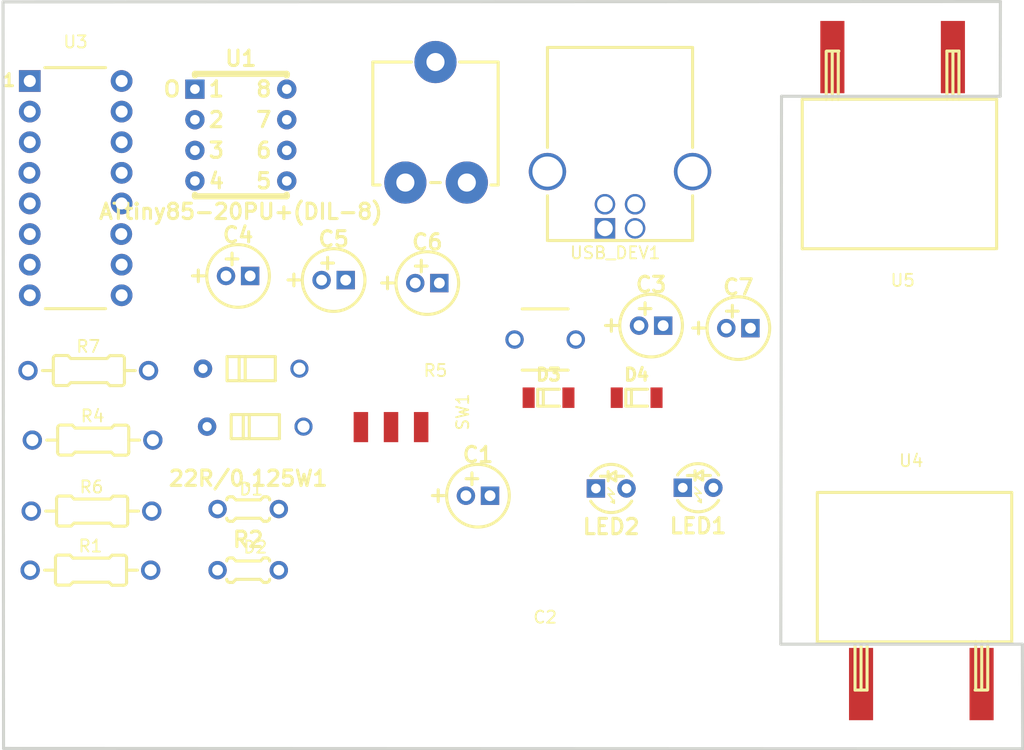
<source format=kicad_pcb>
(kicad_pcb (version 20171130) (host pcbnew 5.1.6-c6e7f7d~87~ubuntu18.04.1)

  (general
    (thickness 1.6)
    (drawings 8)
    (tracks 0)
    (zones 0)
    (modules 26)
    (nets 27)
  )

  (page A4)
  (layers
    (0 F.Cu signal)
    (31 B.Cu signal)
    (32 B.Adhes user)
    (33 F.Adhes user)
    (34 B.Paste user)
    (35 F.Paste user)
    (36 B.SilkS user)
    (37 F.SilkS user)
    (38 B.Mask user)
    (39 F.Mask user)
    (40 Dwgs.User user)
    (41 Cmts.User user)
    (42 Eco1.User user)
    (43 Eco2.User user)
    (44 Edge.Cuts user)
    (45 Margin user)
    (46 B.CrtYd user)
    (47 F.CrtYd user)
    (48 B.Fab user)
    (49 F.Fab user)
  )

  (setup
    (last_trace_width 0.25)
    (trace_clearance 0.2)
    (zone_clearance 0.508)
    (zone_45_only no)
    (trace_min 0.2)
    (via_size 0.8)
    (via_drill 0.4)
    (via_min_size 0.4)
    (via_min_drill 0.3)
    (uvia_size 0.3)
    (uvia_drill 0.1)
    (uvias_allowed no)
    (uvia_min_size 0.2)
    (uvia_min_drill 0.1)
    (edge_width 0.05)
    (segment_width 0.2)
    (pcb_text_width 0.3)
    (pcb_text_size 1.5 1.5)
    (mod_edge_width 0.12)
    (mod_text_size 1 1)
    (mod_text_width 0.15)
    (pad_size 1.524 1.524)
    (pad_drill 0.762)
    (pad_to_mask_clearance 0.05)
    (aux_axis_origin 0 0)
    (visible_elements FFFFFF7F)
    (pcbplotparams
      (layerselection 0x010fc_ffffffff)
      (usegerberextensions false)
      (usegerberattributes true)
      (usegerberadvancedattributes true)
      (creategerberjobfile true)
      (excludeedgelayer true)
      (linewidth 0.100000)
      (plotframeref false)
      (viasonmask false)
      (mode 1)
      (useauxorigin false)
      (hpglpennumber 1)
      (hpglpenspeed 20)
      (hpglpendiameter 15.000000)
      (psnegative false)
      (psa4output false)
      (plotreference true)
      (plotvalue true)
      (plotinvisibletext false)
      (padsonsilk false)
      (subtractmaskfromsilk false)
      (outputformat 1)
      (mirror false)
      (drillshape 1)
      (scaleselection 1)
      (outputdirectory ""))
  )

  (net 0 "")
  (net 1 "Net-(22R/0.125W1-Pad2)")
  (net 2 "Net-(22R/0.125W1-Pad1)")
  (net 3 "Net-(C1-Pad1)")
  (net 4 GND)
  (net 5 "Net-(C3-Pad2)")
  (net 6 "Net-(C4-Pad2)")
  (net 7 "Net-(C4-Pad1)")
  (net 8 "Net-(C5-Pad2)")
  (net 9 VCC)
  (net 10 "Net-(D1-Pad2)")
  (net 11 "Net-(D4-Pad1)")
  (net 12 "Net-(LED1-Pad2)")
  (net 13 "Net-(LED2-Pad2)")
  (net 14 "Net-(R4-Pad2)")
  (net 15 "Net-(U3-Pad13)")
  (net 16 "Net-(U3-Pad12)")
  (net 17 "Net-(U3-Pad9)")
  (net 18 +5V)
  (net 19 "Net-(R5-Pad2)")
  (net 20 "Net-(R6-Pad2)")
  (net 21 "Net-(C5-Pad1)")
  (net 22 "Net-(C6-Pad1)")
  (net 23 PB1_OCOB)
  (net 24 PB0_OC0A)
  (net 25 spout1)
  (net 26 spout2)

  (net_class Default "This is the default net class."
    (clearance 0.2)
    (trace_width 0.25)
    (via_dia 0.8)
    (via_drill 0.4)
    (uvia_dia 0.3)
    (uvia_drill 0.1)
    (add_net +5V)
    (add_net GND)
    (add_net "Net-(22R/0.125W1-Pad1)")
    (add_net "Net-(22R/0.125W1-Pad2)")
    (add_net "Net-(C1-Pad1)")
    (add_net "Net-(C3-Pad2)")
    (add_net "Net-(C4-Pad1)")
    (add_net "Net-(C4-Pad2)")
    (add_net "Net-(C5-Pad1)")
    (add_net "Net-(C5-Pad2)")
    (add_net "Net-(C6-Pad1)")
    (add_net "Net-(D1-Pad2)")
    (add_net "Net-(D4-Pad1)")
    (add_net "Net-(LED1-Pad2)")
    (add_net "Net-(LED2-Pad2)")
    (add_net "Net-(R4-Pad2)")
    (add_net "Net-(R5-Pad2)")
    (add_net "Net-(R6-Pad2)")
    (add_net "Net-(U3-Pad12)")
    (add_net "Net-(U3-Pad13)")
    (add_net "Net-(U3-Pad9)")
    (add_net PB0_OC0A)
    (add_net PB1_OCOB)
    (add_net VCC)
    (add_net spout1)
    (add_net spout2)
  )

  (module TEMPORARY:USB-B (layer F.Cu) (tedit 62E12FB2) (tstamp 62E44969)
    (at 171.69 64.83 180)
    (path /62E15E14)
    (fp_text reference USB_DEV1 (at 0.401 -9.01998) (layer F.SilkS)
      (effects (font (size 1 1) (thickness 0.15)))
    )
    (fp_text value USB-B (at 0.401 -10.01998) (layer F.Fab)
      (effects (font (size 1 1) (thickness 0.15)))
    )
    (fp_line (start 6.02 -0.28) (end 6.02 8.02) (layer F.SilkS) (width 0.254))
    (fp_line (start 6.02 -8) (end 6.02 -4.28) (layer F.SilkS) (width 0.254))
    (fp_line (start -6.02 -0.28) (end -6.02 8.02) (layer F.SilkS) (width 0.254))
    (fp_line (start -6.02 -8) (end -6.02 -4.28) (layer F.SilkS) (width 0.254))
    (fp_line (start -6.02 8.02) (end 6.02 8.02) (layer F.SilkS) (width 0.254))
    (fp_line (start -6.02 -8) (end 6.02 -8) (layer F.SilkS) (width 0.254))
    (pad 0 thru_hole circle (at -6.02 -2.28 180) (size 3.1 3.1) (drill 2.5) (layers *.Cu *.Mask)
      (net 4 GND))
    (pad 0 thru_hole circle (at 6.02 -2.28 180) (size 3.1 3.1) (drill 2.5) (layers *.Cu *.Mask)
      (net 4 GND))
    (pad 4 thru_hole circle (at 1.25 -4.99 180) (size 1.7 1.7) (drill 1.3) (layers *.Cu *.Mask)
      (net 4 GND))
    (pad 3 thru_hole circle (at -1.25 -4.99 180) (size 1.7 1.7) (drill 1.3) (layers *.Cu *.Mask)
      (net 2 "Net-(22R/0.125W1-Pad1)"))
    (pad 2 thru_hole circle (at -1.25 -6.99 180) (size 1.7 1.7) (drill 1.3) (layers *.Cu *.Mask)
      (net 11 "Net-(D4-Pad1)"))
    (pad 1 thru_hole rect (at 1.25 -6.99 180) (size 1.7 1.7) (drill 1.3) (layers *.Cu *.Mask)
      (net 18 +5V))
    (model /home/olimex-kicad/veselin/3D_Models/usb_a-usbsb.stp
      (offset (xyz 0 -8 5))
      (scale (xyz 1 1 1))
      (rotate (xyz 90 180 -180))
    )
  )

  (module TEMPORARY:ULTRASONIC_HORISONTAL (layer F.Cu) (tedit 62E38F48) (tstamp 62E44959)
    (at 192.81 57.11 180)
    (path /62DD1D6E)
    (fp_text reference U5 (at -2.34 -19.03) (layer F.SilkS)
      (effects (font (size 1 1) (thickness 0.15)))
    )
    (fp_text value Buzzer_2015 (at -2.34 -20.03) (layer F.Fab)
      (effects (font (size 1 1) (thickness 0.15)))
    )
    (fp_line (start 3.51 -4.02) (end 3.51 -0.02) (layer F.SilkS) (width 0.254))
    (fp_line (start -6.5 -4) (end -6.5 0) (layer F.SilkS) (width 0.254))
    (fp_line (start 4.01 -4.02) (end 4.01 -0.02) (layer F.SilkS) (width 0.254))
    (fp_line (start 3.01 -4.02) (end 3.01 -0.02) (layer F.SilkS) (width 0.254))
    (fp_line (start -10.13 -4) (end 6 -4) (layer F.SilkS) (width 0.254))
    (fp_line (start 6 -4) (end 6 -16.4) (layer F.SilkS) (width 0.254))
    (fp_line (start -10 -16.4) (end 6 -16.4) (layer F.SilkS) (width 0.254))
    (fp_line (start -10.13 -4) (end -10.13 -16.4) (layer F.SilkS) (width 0.254))
    (fp_line (start -6 -4) (end -6 0) (layer F.SilkS) (width 0.254))
    (fp_line (start -7 -4) (end -7 0) (layer F.SilkS) (width 0.254))
    (fp_line (start -7 0) (end -6 0) (layer F.SilkS) (width 0.254))
    (fp_line (start 2.96 0) (end 3.96 0) (layer F.SilkS) (width 0.254))
    (pad 2 smd rect (at 3.5 -0.5 180) (size 2 6) (layers F.Cu F.Paste F.Mask)
      (net 26 spout2))
    (pad 1 smd rect (at -6.5 -0.5 180) (size 2 6) (layers F.Cu F.Paste F.Mask)
      (net 25 spout1))
    (model "/home/olimex-kicad/veselin/3D_Models/User Library-400PT160.step"
      (offset (xyz -2 17 0.5))
      (scale (xyz 1 1 1))
      (rotate (xyz 90 0 -180))
    )
  )

  (module TEMPORARY:ULTRASONIC_HORISONTAL (layer F.Cu) (tedit 62E38F48) (tstamp 62E44947)
    (at 198.19 110.13)
    (path /62DD18BF)
    (fp_text reference U4 (at -2.34 -19.03) (layer F.SilkS)
      (effects (font (size 1 1) (thickness 0.15)))
    )
    (fp_text value Buzzer_2015 (at -2.34 -20.03) (layer F.Fab)
      (effects (font (size 1 1) (thickness 0.15)))
    )
    (fp_line (start 3.51 -4.02) (end 3.51 -0.02) (layer F.SilkS) (width 0.254))
    (fp_line (start -6.5 -4) (end -6.5 0) (layer F.SilkS) (width 0.254))
    (fp_line (start 4.01 -4.02) (end 4.01 -0.02) (layer F.SilkS) (width 0.254))
    (fp_line (start 3.01 -4.02) (end 3.01 -0.02) (layer F.SilkS) (width 0.254))
    (fp_line (start -10.13 -4) (end 6 -4) (layer F.SilkS) (width 0.254))
    (fp_line (start 6 -4) (end 6 -16.4) (layer F.SilkS) (width 0.254))
    (fp_line (start -10 -16.4) (end 6 -16.4) (layer F.SilkS) (width 0.254))
    (fp_line (start -10.13 -4) (end -10.13 -16.4) (layer F.SilkS) (width 0.254))
    (fp_line (start -6 -4) (end -6 0) (layer F.SilkS) (width 0.254))
    (fp_line (start -7 -4) (end -7 0) (layer F.SilkS) (width 0.254))
    (fp_line (start -7 0) (end -6 0) (layer F.SilkS) (width 0.254))
    (fp_line (start 2.96 0) (end 3.96 0) (layer F.SilkS) (width 0.254))
    (pad 2 smd rect (at 3.5 -0.5) (size 2 6) (layers F.Cu F.Paste F.Mask)
      (net 26 spout2))
    (pad 1 smd rect (at -6.5 -0.5) (size 2 6) (layers F.Cu F.Paste F.Mask)
      (net 25 spout1))
    (model "/home/olimex-kicad/veselin/3D_Models/User Library-400PT160.step"
      (offset (xyz -2 17 0.5))
      (scale (xyz 1 1 1))
      (rotate (xyz 90 0 -180))
    )
  )

  (module TEMPORARY:MAX232 (layer F.Cu) (tedit 62E3DA21) (tstamp 62E44935)
    (at 126.528 68.484)
    (path /62E2C929)
    (fp_text reference U3 (at -0.01 -12.13) (layer F.SilkS)
      (effects (font (size 1 1) (thickness 0.15)))
    )
    (fp_text value MAX232EN (at -0.01 -13.4) (layer F.Fab)
      (effects (font (size 1 1) (thickness 0.15)))
    )
    (fp_line (start -2.56 -10) (end 2.48 -10) (layer F.SilkS) (width 0.254))
    (fp_line (start -2.52 10) (end 2.48 10) (layer F.SilkS) (width 0.254))
    (fp_text user 1 (at -5.53 -8.95) (layer F.SilkS)
      (effects (font (size 1 1) (thickness 0.25)))
    )
    (pad 16 thru_hole circle (at 3.81 -8.89) (size 1.8 1.8) (drill 1) (layers *.Cu *.Mask)
      (net 18 +5V))
    (pad 15 thru_hole circle (at 3.81 -6.35) (size 1.8 1.8) (drill 1) (layers *.Cu *.Mask)
      (net 4 GND))
    (pad 14 thru_hole circle (at 3.81 -3.81) (size 1.8 1.8) (drill 1) (layers *.Cu *.Mask)
      (net 25 spout1))
    (pad 13 thru_hole circle (at 3.81 -1.27) (size 1.8 1.8) (drill 1) (layers *.Cu *.Mask)
      (net 15 "Net-(U3-Pad13)"))
    (pad 12 thru_hole circle (at 3.81 1.27) (size 1.8 1.8) (drill 1) (layers *.Cu *.Mask)
      (net 16 "Net-(U3-Pad12)"))
    (pad 11 thru_hole circle (at 3.78 3.81) (size 1.8 1.8) (drill 1) (layers *.Cu *.Mask)
      (net 24 PB0_OC0A))
    (pad 10 thru_hole circle (at 3.81 6.35) (size 1.8 1.8) (drill 1) (layers *.Cu *.Mask)
      (net 23 PB1_OCOB))
    (pad 9 thru_hole circle (at 3.81 8.89) (size 1.8 1.8) (drill 1) (layers *.Cu *.Mask)
      (net 17 "Net-(U3-Pad9)"))
    (pad 8 thru_hole circle (at -3.81 8.89) (size 1.8 1.8) (drill 1) (layers *.Cu *.Mask)
      (net 4 GND))
    (pad 7 thru_hole circle (at -3.81 6.35) (size 1.8 1.8) (drill 1) (layers *.Cu *.Mask)
      (net 26 spout2))
    (pad 6 thru_hole circle (at -3.81 3.81) (size 1.8 1.8) (drill 1) (layers *.Cu *.Mask)
      (net 5 "Net-(C3-Pad2)"))
    (pad 5 thru_hole circle (at -3.81 1.27) (size 1.8 1.8) (drill 1) (layers *.Cu *.Mask)
      (net 8 "Net-(C5-Pad2)"))
    (pad 4 thru_hole circle (at -3.84 -1.27) (size 1.8 1.8) (drill 1) (layers *.Cu *.Mask)
      (net 21 "Net-(C5-Pad1)"))
    (pad 3 thru_hole circle (at -3.81 -3.81) (size 1.8 1.8) (drill 1) (layers *.Cu *.Mask)
      (net 6 "Net-(C4-Pad2)"))
    (pad 2 thru_hole circle (at -3.81 -6.35) (size 1.8 1.8) (drill 1) (layers *.Cu *.Mask)
      (net 22 "Net-(C6-Pad1)"))
    (pad 1 thru_hole rect (at -3.81 -8.89) (size 1.8 1.8) (drill 1) (layers *.Cu *.Mask)
      (net 7 "Net-(C4-Pad1)"))
    (model "/home/olimex-kicad/veselin/3D_Models/User Library-MAX3232E.step"
      (offset (xyz 0 0 1))
      (scale (xyz 1.2 1.4001 3.6))
      (rotate (xyz 85 180 0))
    )
  )

  (module OLIMEX_IC-FP:PDIP-8 (layer F.Cu) (tedit 5D760300) (tstamp 62E4491E)
    (at 140.23 64.08)
    (path /62E3C6F2)
    (solder_mask_margin 0.0508)
    (fp_text reference U1 (at 0 -6.35) (layer F.SilkS)
      (effects (font (size 1.27 1.27) (thickness 0.254)))
    )
    (fp_text value "ATtiny85-20PU+(DIL-8)" (at 0 6.35) (layer F.SilkS)
      (effects (font (size 1.27 1.27) (thickness 0.254)))
    )
    (fp_line (start -4.8 -5.55) (end 4.8 -5.55) (layer F.CrtYd) (width 0.1))
    (fp_line (start -4.8 5.55) (end -4.8 -5.55) (layer F.CrtYd) (width 0.1))
    (fp_line (start 4.8 5.55) (end -4.8 5.55) (layer F.CrtYd) (width 0.1))
    (fp_line (start 4.8 -5.55) (end 4.8 5.55) (layer F.CrtYd) (width 0.1))
    (fp_line (start -3.81 -5.08) (end 3.81 -5.08) (layer F.SilkS) (width 0.508))
    (fp_line (start -3.81 5.08) (end 3.81 5.08) (layer F.SilkS) (width 0.508))
    (fp_line (start -3.81 -5.08) (end -3.81 -4.953) (layer F.SilkS) (width 0.508))
    (fp_line (start 3.81 -5.08) (end 3.81 -4.953) (layer F.SilkS) (width 0.508))
    (fp_line (start -3.81 5.08) (end -3.81 4.953) (layer F.SilkS) (width 0.508))
    (fp_line (start 3.81 4.953) (end 3.81 5.08) (layer F.SilkS) (width 0.508))
    (fp_line (start -3.81 -5.08) (end -3.81 5.08) (layer F.Fab) (width 0.12))
    (fp_line (start 3.81 -5.08) (end 3.81 5.08) (layer F.Fab) (width 0.12))
    (fp_line (start 3.81 5.08) (end -3.81 5.08) (layer F.Fab) (width 0.12))
    (fp_line (start -3.81 5.08) (end 3.81 -5.08) (layer F.Fab) (width 0.12))
    (fp_line (start 3.81 -5.08) (end -3.81 -5.08) (layer F.Fab) (width 0.12))
    (fp_line (start -3.81 -5.08) (end 3.81 5.08) (layer F.Fab) (width 0.12))
    (fp_text user 1 (at -2.032 -3.81) (layer F.SilkS)
      (effects (font (size 1.27 1.27) (thickness 0.254)))
    )
    (fp_text user 2 (at -2.032 -1.27) (layer F.SilkS)
      (effects (font (size 1.27 1.27) (thickness 0.254)))
    )
    (fp_text user 3 (at -2.032 1.27) (layer F.SilkS)
      (effects (font (size 1.27 1.27) (thickness 0.254)))
    )
    (fp_text user 4 (at -2.032 3.81) (layer F.SilkS)
      (effects (font (size 1.27 1.27) (thickness 0.254)))
    )
    (fp_text user 5 (at 1.905 3.81) (layer F.SilkS)
      (effects (font (size 1.27 1.27) (thickness 0.254)))
    )
    (fp_text user 6 (at 1.905 1.27) (layer F.SilkS)
      (effects (font (size 1.27 1.27) (thickness 0.254)))
    )
    (fp_text user 7 (at 1.905 -1.27) (layer F.SilkS)
      (effects (font (size 1.27 1.27) (thickness 0.254)))
    )
    (fp_text user 8 (at 1.905 -3.81) (layer F.SilkS)
      (effects (font (size 1.27 1.27) (thickness 0.254)))
    )
    (fp_text user O (at -5.715 -3.81) (layer F.SilkS)
      (effects (font (size 1.27 1.27) (thickness 0.254)))
    )
    (pad 8 thru_hole circle (at 3.81 -3.81 270) (size 1.6 1.6) (drill 0.8) (layers *.Cu *.Mask)
      (net 3 "Net-(C1-Pad1)"))
    (pad 7 thru_hole circle (at 3.81 -1.27 270) (size 1.6 1.6) (drill 0.8) (layers *.Cu *.Mask)
      (net 19 "Net-(R5-Pad2)"))
    (pad 6 thru_hole circle (at 3.81 1.27 270) (size 1.6 1.6) (drill 0.8) (layers *.Cu *.Mask)
      (net 23 PB1_OCOB))
    (pad 5 thru_hole circle (at 3.81 3.81 270) (size 1.6 1.6) (drill 0.8) (layers *.Cu *.Mask)
      (net 24 PB0_OC0A))
    (pad 1 thru_hole rect (at -3.81 -3.81 270) (size 1.6 1.6) (drill 0.8) (layers *.Cu *.Mask)
      (net 20 "Net-(R6-Pad2)"))
    (pad 2 thru_hole circle (at -3.81 -1.27 270) (size 1.6 1.6) (drill 0.8) (layers *.Cu *.Mask)
      (net 14 "Net-(R4-Pad2)"))
    (pad 3 thru_hole circle (at -3.81 1.27 270) (size 1.6 1.6) (drill 0.8) (layers *.Cu *.Mask)
      (net 1 "Net-(22R/0.125W1-Pad2)"))
    (pad 4 thru_hole circle (at -3.81 3.81 270) (size 1.6 1.6) (drill 0.8) (layers *.Cu *.Mask)
      (net 4 GND))
    (model ${KISYS3DMOD}/PDIP-8.STEP
      (offset (xyz 0 0 2.794))
      (scale (xyz 1 1 0.8))
      (rotate (xyz -90 0 90))
    )
  )

  (module OLIMEX_Switches-FP:IT1280A (layer F.Cu) (tedit 55EE9252) (tstamp 62E448F9)
    (at 152.69 85.56)
    (path /62DBFDA9)
    (attr smd)
    (fp_text reference SW1 (at 5.95 1.5 90) (layer F.SilkS)
      (effects (font (size 1 1) (thickness 0.15)))
    )
    (fp_text value "TSR-1(T1101GP/6x3x4.3)" (at 0 -0.85) (layer F.Fab)
      (effects (font (size 1 1) (thickness 0.15)))
    )
    (fp_line (start -4.6 1.9) (end -4.6 -1.9) (layer F.Fab) (width 0.15))
    (fp_line (start 4.6 1.9) (end -4.6 1.9) (layer F.Fab) (width 0.15))
    (fp_line (start 4.6 -1.9) (end 4.6 1.9) (layer F.Fab) (width 0.15))
    (fp_line (start -4.6 -1.9) (end 4.6 -1.9) (layer F.Fab) (width 0.15))
    (fp_line (start -2.2 -5.9) (end -2.2 -1.9) (layer F.Fab) (width 0.15))
    (fp_line (start -0.7 -5.9) (end -2.2 -5.9) (layer F.Fab) (width 0.15))
    (fp_line (start -0.7 -1.95) (end -0.7 -5.9) (layer F.Fab) (width 0.15))
    (pad 3 smd rect (at 2.5 2.75) (size 1.2 2.5) (layers F.Cu F.Paste F.Mask))
    (pad 2 smd rect (at 0 2.75) (size 1.2 2.5) (layers F.Cu F.Paste F.Mask)
      (net 20 "Net-(R6-Pad2)"))
    (pad 1 smd rect (at -2.5 2.75) (size 1.2 2.5) (layers F.Cu F.Paste F.Mask)
      (net 4 GND))
    (pad "" np_thru_hole circle (at 3.55 0) (size 0.9 0.9) (drill 0.9) (layers *.Cu *.Mask))
    (pad "" np_thru_hole circle (at -3.55 0) (size 0.9 0.9) (drill 0.9) (layers *.Cu *.Mask))
  )

  (module OLIMEX_RLC-FP:R_0.25W_PTH (layer F.Cu) (tedit 5FB6700F) (tstamp 62E448E9)
    (at 127.57 83.62)
    (path /62DCC3BE)
    (fp_text reference R7 (at 0 -2) (layer F.SilkS)
      (effects (font (size 1 1) (thickness 0.15)))
    )
    (fp_text value 1.5k/0.25W (at 0 2.4) (layer F.Fab)
      (effects (font (size 1 1) (thickness 0.15)))
    )
    (fp_line (start -2.9 0) (end -3.8 0) (layer F.SilkS) (width 0.254))
    (fp_line (start 3 0) (end 3.9 0) (layer F.SilkS) (width 0.254))
    (fp_line (start -2.900017 -0.950087) (end -2.899913 0.939983) (layer F.SilkS) (width 0.254))
    (fp_line (start 2.999913 -0.939983) (end 3.000017 0.950087) (layer F.SilkS) (width 0.254))
    (fp_line (start -1.45 -1) (end -1.69 -1.25) (layer F.SilkS) (width 0.254))
    (fp_line (start -1.45 -1) (end 1.55 -1) (layer F.SilkS) (width 0.254))
    (fp_line (start -2.6 -1.25) (end -1.69 -1.25) (layer F.SilkS) (width 0.254))
    (fp_line (start 1.8 -1.24) (end 1.55 -1) (layer F.SilkS) (width 0.254))
    (fp_line (start 1.8 -1.24) (end 2.7 -1.24) (layer F.SilkS) (width 0.254))
    (fp_line (start 2.7 1.25) (end 1.79 1.25) (layer F.SilkS) (width 0.254))
    (fp_line (start 1.55 1) (end -1.45 1) (layer F.SilkS) (width 0.254))
    (fp_line (start 1.55 1) (end 1.79 1.25) (layer F.SilkS) (width 0.254))
    (fp_line (start -1.7 1.24) (end -1.45 1) (layer F.SilkS) (width 0.254))
    (fp_line (start -1.7 1.24) (end -2.6 1.24) (layer F.SilkS) (width 0.254))
    (fp_arc (start 2.75 1) (end 2.7 1.25) (angle -112.6) (layer F.SilkS) (width 0.254))
    (fp_arc (start -2.649913 0.989983) (end -2.899913 0.939983) (angle -112.6) (layer F.SilkS) (width 0.254))
    (fp_arc (start 2.749913 -0.989983) (end 2.999913 -0.939983) (angle -112.6) (layer F.SilkS) (width 0.254))
    (fp_arc (start -2.65 -1) (end -2.6 -1.25) (angle -112.6) (layer F.SilkS) (width 0.254))
    (pad 1 thru_hole circle (at -5 0) (size 1.6 1.6) (drill 1) (layers *.Cu *.Mask)
      (net 23 PB1_OCOB))
    (pad 2 thru_hole circle (at 5 0) (size 1.6 1.6) (drill 1) (layers *.Cu *.Mask)
      (net 13 "Net-(LED2-Pad2)"))
    (model "${KISYS3DMOD}/User Library-Res_Normal (0_25W).STEP"
      (offset (xyz 0 0 1.5))
      (scale (xyz 1.55 1.5 1.4))
      (rotate (xyz -90 0 0))
    )
  )

  (module OLIMEX_RLC-FP:R_0.25W_PTH (layer F.Cu) (tedit 5FB6700F) (tstamp 62E448D1)
    (at 127.84 95.28)
    (path /62DABC53)
    (fp_text reference R6 (at 0 -2) (layer F.SilkS)
      (effects (font (size 1 1) (thickness 0.15)))
    )
    (fp_text value NA (at 0 2.4) (layer F.Fab)
      (effects (font (size 1 1) (thickness 0.15)))
    )
    (fp_line (start -2.9 0) (end -3.8 0) (layer F.SilkS) (width 0.254))
    (fp_line (start 3 0) (end 3.9 0) (layer F.SilkS) (width 0.254))
    (fp_line (start -2.900017 -0.950087) (end -2.899913 0.939983) (layer F.SilkS) (width 0.254))
    (fp_line (start 2.999913 -0.939983) (end 3.000017 0.950087) (layer F.SilkS) (width 0.254))
    (fp_line (start -1.45 -1) (end -1.69 -1.25) (layer F.SilkS) (width 0.254))
    (fp_line (start -1.45 -1) (end 1.55 -1) (layer F.SilkS) (width 0.254))
    (fp_line (start -2.6 -1.25) (end -1.69 -1.25) (layer F.SilkS) (width 0.254))
    (fp_line (start 1.8 -1.24) (end 1.55 -1) (layer F.SilkS) (width 0.254))
    (fp_line (start 1.8 -1.24) (end 2.7 -1.24) (layer F.SilkS) (width 0.254))
    (fp_line (start 2.7 1.25) (end 1.79 1.25) (layer F.SilkS) (width 0.254))
    (fp_line (start 1.55 1) (end -1.45 1) (layer F.SilkS) (width 0.254))
    (fp_line (start 1.55 1) (end 1.79 1.25) (layer F.SilkS) (width 0.254))
    (fp_line (start -1.7 1.24) (end -1.45 1) (layer F.SilkS) (width 0.254))
    (fp_line (start -1.7 1.24) (end -2.6 1.24) (layer F.SilkS) (width 0.254))
    (fp_arc (start 2.75 1) (end 2.7 1.25) (angle -112.6) (layer F.SilkS) (width 0.254))
    (fp_arc (start -2.649913 0.989983) (end -2.899913 0.939983) (angle -112.6) (layer F.SilkS) (width 0.254))
    (fp_arc (start 2.749913 -0.989983) (end 2.999913 -0.939983) (angle -112.6) (layer F.SilkS) (width 0.254))
    (fp_arc (start -2.65 -1) (end -2.6 -1.25) (angle -112.6) (layer F.SilkS) (width 0.254))
    (pad 1 thru_hole circle (at -5 0) (size 1.6 1.6) (drill 1) (layers *.Cu *.Mask)
      (net 3 "Net-(C1-Pad1)"))
    (pad 2 thru_hole circle (at 5 0) (size 1.6 1.6) (drill 1) (layers *.Cu *.Mask)
      (net 20 "Net-(R6-Pad2)"))
    (model "${KISYS3DMOD}/User Library-Res_Normal (0_25W).STEP"
      (offset (xyz 0 0 1.5))
      (scale (xyz 1.55 1.5 1.4))
      (rotate (xyz -90 0 0))
    )
  )

  (module TEMPORARY:potentiometer_fpr (layer F.Cu) (tedit 62E3BC35) (tstamp 62E448B9)
    (at 156.38 63.02)
    (path /62DCEED4)
    (fp_text reference R5 (at 0 20.6) (layer F.SilkS)
      (effects (font (size 1 1) (thickness 0.15)))
    )
    (fp_text value Potentiometer (at 0 15.45) (layer F.Fab)
      (effects (font (size 1 1) (thickness 0.15)))
    )
    (fp_line (start -5.2 5.2) (end -5.2 -5) (layer F.SilkS) (width 0.254))
    (fp_line (start 5.2 5.2) (end 5.2 -5) (layer F.SilkS) (width 0.254))
    (fp_line (start -5.2 -5) (end -2 -5) (layer F.SilkS) (width 0.254))
    (fp_line (start 5.2 -5) (end 2 -5) (layer F.SilkS) (width 0.254))
    (fp_line (start 5.2 5.2) (end 4.6 5.2) (layer F.SilkS) (width 0.254))
    (fp_line (start 0.4 5) (end -0.4 5) (layer F.SilkS) (width 0.254))
    (fp_line (start -4.6 5.2) (end -5.2 5.2) (layer F.SilkS) (width 0.254))
    (pad 1 thru_hole circle (at -2.5 5) (size 3.5 3.5) (drill 1.5) (layers *.Cu *.Mask)
      (net 9 VCC))
    (pad 2 thru_hole circle (at 0 -5) (size 3.5 3.5) (drill 1.5) (layers *.Cu *.Mask)
      (net 19 "Net-(R5-Pad2)"))
    (pad 3 thru_hole circle (at 2.6 5) (size 3.5 3.5) (drill 1.5) (layers *.Cu *.Mask)
      (net 4 GND))
    (model /home/olimex-kicad/veselin/3D_Models/PT10_PTC10_10LV10.STEP
      (offset (xyz 0 0 5))
      (scale (xyz 0.9 1 1))
      (rotate (xyz 0 -180 0))
    )
  )

  (module OLIMEX_RLC-FP:R_0.25W_PTH (layer F.Cu) (tedit 5FB6700F) (tstamp 62E448AB)
    (at 127.93 89.39)
    (path /62DAE1EA)
    (fp_text reference R4 (at 0 -2) (layer F.SilkS)
      (effects (font (size 1 1) (thickness 0.15)))
    )
    (fp_text value 22R/0.125W (at 0.442 2.461049) (layer F.Fab)
      (effects (font (size 1 1) (thickness 0.15)))
    )
    (fp_line (start -2.9 0) (end -3.8 0) (layer F.SilkS) (width 0.254))
    (fp_line (start 3 0) (end 3.9 0) (layer F.SilkS) (width 0.254))
    (fp_line (start -2.900017 -0.950087) (end -2.899913 0.939983) (layer F.SilkS) (width 0.254))
    (fp_line (start 2.999913 -0.939983) (end 3.000017 0.950087) (layer F.SilkS) (width 0.254))
    (fp_line (start -1.45 -1) (end -1.69 -1.25) (layer F.SilkS) (width 0.254))
    (fp_line (start -1.45 -1) (end 1.55 -1) (layer F.SilkS) (width 0.254))
    (fp_line (start -2.6 -1.25) (end -1.69 -1.25) (layer F.SilkS) (width 0.254))
    (fp_line (start 1.8 -1.24) (end 1.55 -1) (layer F.SilkS) (width 0.254))
    (fp_line (start 1.8 -1.24) (end 2.7 -1.24) (layer F.SilkS) (width 0.254))
    (fp_line (start 2.7 1.25) (end 1.79 1.25) (layer F.SilkS) (width 0.254))
    (fp_line (start 1.55 1) (end -1.45 1) (layer F.SilkS) (width 0.254))
    (fp_line (start 1.55 1) (end 1.79 1.25) (layer F.SilkS) (width 0.254))
    (fp_line (start -1.7 1.24) (end -1.45 1) (layer F.SilkS) (width 0.254))
    (fp_line (start -1.7 1.24) (end -2.6 1.24) (layer F.SilkS) (width 0.254))
    (fp_arc (start 2.75 1) (end 2.7 1.25) (angle -112.6) (layer F.SilkS) (width 0.254))
    (fp_arc (start -2.649913 0.989983) (end -2.899913 0.939983) (angle -112.6) (layer F.SilkS) (width 0.254))
    (fp_arc (start 2.749913 -0.989983) (end 2.999913 -0.939983) (angle -112.6) (layer F.SilkS) (width 0.254))
    (fp_arc (start -2.65 -1) (end -2.6 -1.25) (angle -112.6) (layer F.SilkS) (width 0.254))
    (pad 1 thru_hole circle (at -5 0) (size 1.6 1.6) (drill 1) (layers *.Cu *.Mask)
      (net 11 "Net-(D4-Pad1)"))
    (pad 2 thru_hole circle (at 5 0) (size 1.6 1.6) (drill 1) (layers *.Cu *.Mask)
      (net 14 "Net-(R4-Pad2)"))
    (model "${KISYS3DMOD}/User Library-Res_Normal (0_25W).STEP"
      (offset (xyz 0 0 1.5))
      (scale (xyz 1.55 1.5 1.4))
      (rotate (xyz -90 0 0))
    )
  )

  (module OLIMEX_RLC-FP:R_0.125W_PTH (layer F.Cu) (tedit 5C8BB588) (tstamp 62E44893)
    (at 140.84 100.18)
    (path /62DBD93B)
    (fp_text reference R2 (at 0 -2.54) (layer F.SilkS)
      (effects (font (size 1.27 1.27) (thickness 0.254)))
    )
    (fp_text value 1.5k/0.25W (at 0 2.54) (layer F.Fab)
      (effects (font (size 1.27 1.27) (thickness 0.254)))
    )
    (fp_line (start -1.016 -0.762) (end 1.016 -0.762) (layer F.SilkS) (width 0.254))
    (fp_line (start -1.016 0.762) (end 1.016 0.762) (layer F.SilkS) (width 0.254))
    (fp_line (start -1.27 -1.016) (end -1.016 -0.762) (layer F.SilkS) (width 0.254))
    (fp_line (start -1.016 0.762) (end -1.27 1.016) (layer F.SilkS) (width 0.254))
    (fp_line (start 1.27 -1.016) (end 1.016 -0.762) (layer F.SilkS) (width 0.254))
    (fp_line (start 1.016 0.762) (end 1.27 1.016) (layer F.SilkS) (width 0.254))
    (fp_line (start 1.27 -1.016) (end 1.524 -1.016) (layer F.SilkS) (width 0.254))
    (fp_line (start -1.27 -1.016) (end -1.524 -1.016) (layer F.SilkS) (width 0.254))
    (fp_line (start 1.27 1.016) (end 1.524 1.016) (layer F.SilkS) (width 0.254))
    (fp_line (start -1.27 1.016) (end -1.524 1.016) (layer F.SilkS) (width 0.254))
    (fp_arc (start -1.524 -0.762) (end -1.778 -0.762) (angle 90) (layer F.SilkS) (width 0.254))
    (fp_arc (start -1.524 0.762) (end -1.524 1.016) (angle 90) (layer F.SilkS) (width 0.254))
    (fp_arc (start 1.524 -0.762) (end 1.524 -1.016) (angle 90) (layer F.SilkS) (width 0.254))
    (fp_arc (start 1.524 0.762) (end 1.778 0.762) (angle 90) (layer F.SilkS) (width 0.254))
    (pad 2 thru_hole circle (at 2.54 0) (size 1.524 1.524) (drill 0.9) (layers *.Cu *.Mask)
      (net 11 "Net-(D4-Pad1)") (solder_mask_margin 0.0508))
    (pad 1 thru_hole circle (at -2.54 0) (size 1.524 1.524) (drill 0.9) (layers *.Cu *.Mask)
      (net 3 "Net-(C1-Pad1)") (solder_mask_margin 0.0508))
    (model ${KISYS3DMOD}/R_0.125W_PTH-R_Axial_DIN0204_L3.6mm_D1.6mm_P5.08mm_Horizontal.step
      (offset (xyz -2.54 0 0))
      (scale (xyz 1 1 1))
      (rotate (xyz 0 0 0))
    )
  )

  (module OLIMEX_RLC-FP:R_0.25W_PTH (layer F.Cu) (tedit 5FB6700F) (tstamp 62E4487F)
    (at 127.75 100.18)
    (path /62DA7B14)
    (fp_text reference R1 (at 0 -2) (layer F.SilkS)
      (effects (font (size 1 1) (thickness 0.15)))
    )
    (fp_text value 1.5k/0.25W (at 0 2.4) (layer F.Fab)
      (effects (font (size 1 1) (thickness 0.15)))
    )
    (fp_line (start -2.9 0) (end -3.8 0) (layer F.SilkS) (width 0.254))
    (fp_line (start 3 0) (end 3.9 0) (layer F.SilkS) (width 0.254))
    (fp_line (start -2.900017 -0.950087) (end -2.899913 0.939983) (layer F.SilkS) (width 0.254))
    (fp_line (start 2.999913 -0.939983) (end 3.000017 0.950087) (layer F.SilkS) (width 0.254))
    (fp_line (start -1.45 -1) (end -1.69 -1.25) (layer F.SilkS) (width 0.254))
    (fp_line (start -1.45 -1) (end 1.55 -1) (layer F.SilkS) (width 0.254))
    (fp_line (start -2.6 -1.25) (end -1.69 -1.25) (layer F.SilkS) (width 0.254))
    (fp_line (start 1.8 -1.24) (end 1.55 -1) (layer F.SilkS) (width 0.254))
    (fp_line (start 1.8 -1.24) (end 2.7 -1.24) (layer F.SilkS) (width 0.254))
    (fp_line (start 2.7 1.25) (end 1.79 1.25) (layer F.SilkS) (width 0.254))
    (fp_line (start 1.55 1) (end -1.45 1) (layer F.SilkS) (width 0.254))
    (fp_line (start 1.55 1) (end 1.79 1.25) (layer F.SilkS) (width 0.254))
    (fp_line (start -1.7 1.24) (end -1.45 1) (layer F.SilkS) (width 0.254))
    (fp_line (start -1.7 1.24) (end -2.6 1.24) (layer F.SilkS) (width 0.254))
    (fp_arc (start 2.75 1) (end 2.7 1.25) (angle -112.6) (layer F.SilkS) (width 0.254))
    (fp_arc (start -2.649913 0.989983) (end -2.899913 0.939983) (angle -112.6) (layer F.SilkS) (width 0.254))
    (fp_arc (start 2.749913 -0.989983) (end 2.999913 -0.939983) (angle -112.6) (layer F.SilkS) (width 0.254))
    (fp_arc (start -2.65 -1) (end -2.6 -1.25) (angle -112.6) (layer F.SilkS) (width 0.254))
    (pad 1 thru_hole circle (at -5 0) (size 1.6 1.6) (drill 1) (layers *.Cu *.Mask)
      (net 3 "Net-(C1-Pad1)"))
    (pad 2 thru_hole circle (at 5 0) (size 1.6 1.6) (drill 1) (layers *.Cu *.Mask)
      (net 12 "Net-(LED1-Pad2)"))
    (model "${KISYS3DMOD}/User Library-Res_Normal (0_25W).STEP"
      (offset (xyz 0 0 1.5))
      (scale (xyz 1.55 1.5 1.4))
      (rotate (xyz -90 0 0))
    )
  )

  (module OLIMEX_LEDs-FP:LED-3mm-PTH-KA (layer F.Cu) (tedit 58F850E4) (tstamp 62E44867)
    (at 170.96 93.402124)
    (path /62DCCD1E)
    (fp_text reference LED2 (at 0 3.175) (layer F.SilkS)
      (effects (font (size 1.27 1.27) (thickness 0.254)))
    )
    (fp_text value LED/3mm/Red (at 0 -3.175) (layer F.Fab)
      (effects (font (size 1.27 1.27) (thickness 0.254)))
    )
    (fp_line (start 0.254 1.1) (end 0.254 1.227) (layer F.SilkS) (width 0.127))
    (fp_line (start 0.254 1.227) (end 0.127 1.1) (layer F.SilkS) (width 0.127))
    (fp_line (start -0.254 -0.043) (end 0.254 0.465) (layer F.SilkS) (width 0.127))
    (fp_line (start 0.254 0.465) (end -0.254 0.465) (layer F.SilkS) (width 0.127))
    (fp_line (start -0.254 0.465) (end 0.254 1.1) (layer F.SilkS) (width 0.127))
    (fp_line (start 0.254 1.1) (end 0.254 0.973) (layer F.SilkS) (width 0.127))
    (fp_line (start 0.254 0.973) (end 0 1.1) (layer F.SilkS) (width 0.127))
    (fp_line (start 0 1.1) (end 0.254 1.227) (layer F.SilkS) (width 0.127))
    (fp_line (start 0.381 -1.016) (end 1.016 -1.016) (layer F.SilkS) (width 0.254))
    (fp_line (start -0.889 -1.016) (end -0.254 -1.016) (layer F.SilkS) (width 0.254))
    (fp_line (start -0.254 -0.635) (end -0.254 -1.397) (layer F.SilkS) (width 0.254))
    (fp_line (start 0.381 -1.397) (end 0.381 -0.635) (layer F.SilkS) (width 0.254))
    (fp_line (start 0.381 -0.635) (end -0.254 -1.016) (layer F.SilkS) (width 0.254))
    (fp_line (start -0.254 -1.016) (end 0.381 -1.397) (layer F.SilkS) (width 0.254))
    (fp_arc (start 0 0) (end -1.7 1.05) (angle -116.59715) (layer F.SilkS) (width 0.254))
    (fp_arc (start 0 0) (end 1.7 -1.05) (angle -116.59715) (layer F.SilkS) (width 0.254))
    (pad 1 thru_hole rect (at -1.27 0) (size 1.524 1.524) (drill 0.8) (layers *.Cu *.Mask)
      (net 4 GND) (solder_mask_margin 0.0508))
    (pad 2 thru_hole circle (at 1.27 0) (size 1.524 1.524) (drill 0.8) (layers *.Cu *.Mask)
      (net 13 "Net-(LED2-Pad2)") (solder_mask_margin 0.0508))
    (model "/home/olimex-kicad/veselin/3D_Models/CircuitWorks-LED DIP 3MM.step"
      (offset (xyz 0 0 -0.5))
      (scale (xyz 1 1 1))
      (rotate (xyz 0 0 90))
    )
  )

  (module OLIMEX_LEDs-FP:LED-3mm-PTH-KA (layer F.Cu) (tedit 58F850E4) (tstamp 62E44851)
    (at 178.17 93.34)
    (path /62DA80EE)
    (fp_text reference LED1 (at 0 3.175) (layer F.SilkS)
      (effects (font (size 1.27 1.27) (thickness 0.254)))
    )
    (fp_text value "PWR LED/3mm/Green" (at -3.49 -3.81) (layer F.Fab)
      (effects (font (size 1.27 1.27) (thickness 0.254)))
    )
    (fp_line (start 0.254 1.1) (end 0.254 1.227) (layer F.SilkS) (width 0.127))
    (fp_line (start 0.254 1.227) (end 0.127 1.1) (layer F.SilkS) (width 0.127))
    (fp_line (start -0.254 -0.043) (end 0.254 0.465) (layer F.SilkS) (width 0.127))
    (fp_line (start 0.254 0.465) (end -0.254 0.465) (layer F.SilkS) (width 0.127))
    (fp_line (start -0.254 0.465) (end 0.254 1.1) (layer F.SilkS) (width 0.127))
    (fp_line (start 0.254 1.1) (end 0.254 0.973) (layer F.SilkS) (width 0.127))
    (fp_line (start 0.254 0.973) (end 0 1.1) (layer F.SilkS) (width 0.127))
    (fp_line (start 0 1.1) (end 0.254 1.227) (layer F.SilkS) (width 0.127))
    (fp_line (start 0.381 -1.016) (end 1.016 -1.016) (layer F.SilkS) (width 0.254))
    (fp_line (start -0.889 -1.016) (end -0.254 -1.016) (layer F.SilkS) (width 0.254))
    (fp_line (start -0.254 -0.635) (end -0.254 -1.397) (layer F.SilkS) (width 0.254))
    (fp_line (start 0.381 -1.397) (end 0.381 -0.635) (layer F.SilkS) (width 0.254))
    (fp_line (start 0.381 -0.635) (end -0.254 -1.016) (layer F.SilkS) (width 0.254))
    (fp_line (start -0.254 -1.016) (end 0.381 -1.397) (layer F.SilkS) (width 0.254))
    (fp_arc (start 0 0) (end -1.7 1.05) (angle -116.59715) (layer F.SilkS) (width 0.254))
    (fp_arc (start 0 0) (end 1.7 -1.05) (angle -116.59715) (layer F.SilkS) (width 0.254))
    (pad 1 thru_hole rect (at -1.27 0) (size 1.524 1.524) (drill 0.8) (layers *.Cu *.Mask)
      (net 4 GND) (solder_mask_margin 0.0508))
    (pad 2 thru_hole circle (at 1.27 0) (size 1.524 1.524) (drill 0.8) (layers *.Cu *.Mask)
      (net 12 "Net-(LED1-Pad2)") (solder_mask_margin 0.0508))
    (model "/home/olimex-kicad/veselin/3D_Models/CircuitWorks-LED DIP 3MM.step"
      (offset (xyz 0 0 -0.5))
      (scale (xyz 1 1 1))
      (rotate (xyz 0 0 85))
    )
  )

  (module OLIMEX_Diodes-FP:SOD80C-4148-KA (layer F.Cu) (tedit 6229FFAA) (tstamp 62E4483B)
    (at 173.07 85.87)
    (path /62DB7C85)
    (attr smd)
    (fp_text reference D4 (at 0 -1.905 180) (layer F.SilkS)
      (effects (font (size 1.016 1.016) (thickness 0.254)))
    )
    (fp_text value "NA(BZV55C3V6/SOD80C)" (at 0 1.905) (layer F.Fab)
      (effects (font (size 1.27 1.27) (thickness 0.254)))
    )
    (fp_line (start -1.7 0.65) (end -1.7 -0.65) (layer F.Fab) (width 0.15))
    (fp_line (start 1.7 0.65) (end -1.7 0.65) (layer F.Fab) (width 0.15))
    (fp_line (start 1.7 -0.65) (end 1.7 0.65) (layer F.Fab) (width 0.15))
    (fp_line (start -1.7 -0.65) (end 1.7 -0.65) (layer F.Fab) (width 0.15))
    (fp_line (start -0.9 0.7) (end 0.9 0.7) (layer F.SilkS) (width 0.254))
    (fp_line (start -0.897 -0.7) (end -0.897 0.7) (layer F.SilkS) (width 0.254))
    (fp_line (start 0.9 -0.7) (end -0.9 -0.7) (layer F.SilkS) (width 0.254))
    (fp_line (start -0.433 -0.7) (end -0.433 0.7) (layer F.SilkS) (width 0.254))
    (pad 1 smd rect (at -1.65 0) (size 1 1.7) (layers F.Cu F.Paste F.Mask)
      (net 11 "Net-(D4-Pad1)") (solder_mask_margin 0.0508))
    (pad 2 smd rect (at 1.65 0) (size 1 1.7) (layers F.Cu F.Paste F.Mask)
      (net 4 GND) (solder_mask_margin 0.0508))
    (model ${KISYS3DMOD}/melf-2_sod80c.step
      (offset (xyz -1.8542 0 0.762))
      (scale (xyz 1 1 1))
      (rotate (xyz 0 -90 180))
    )
  )

  (module OLIMEX_Diodes-FP:SOD80C-4148-KA (layer F.Cu) (tedit 6229FFAA) (tstamp 62E4482D)
    (at 165.76 85.87)
    (path /62DB7044)
    (attr smd)
    (fp_text reference D3 (at 0 -1.905 180) (layer F.SilkS)
      (effects (font (size 1.016 1.016) (thickness 0.254)))
    )
    (fp_text value "NA(BZV55C3V6/SOD80C)" (at 0 1.905) (layer F.Fab)
      (effects (font (size 1.27 1.27) (thickness 0.254)))
    )
    (fp_line (start -1.7 0.65) (end -1.7 -0.65) (layer F.Fab) (width 0.15))
    (fp_line (start 1.7 0.65) (end -1.7 0.65) (layer F.Fab) (width 0.15))
    (fp_line (start 1.7 -0.65) (end 1.7 0.65) (layer F.Fab) (width 0.15))
    (fp_line (start -1.7 -0.65) (end 1.7 -0.65) (layer F.Fab) (width 0.15))
    (fp_line (start -0.9 0.7) (end 0.9 0.7) (layer F.SilkS) (width 0.254))
    (fp_line (start -0.897 -0.7) (end -0.897 0.7) (layer F.SilkS) (width 0.254))
    (fp_line (start 0.9 -0.7) (end -0.9 -0.7) (layer F.SilkS) (width 0.254))
    (fp_line (start -0.433 -0.7) (end -0.433 0.7) (layer F.SilkS) (width 0.254))
    (pad 1 smd rect (at -1.65 0) (size 1 1.7) (layers F.Cu F.Paste F.Mask)
      (net 2 "Net-(22R/0.125W1-Pad1)") (solder_mask_margin 0.0508))
    (pad 2 smd rect (at 1.65 0) (size 1 1.7) (layers F.Cu F.Paste F.Mask)
      (net 4 GND) (solder_mask_margin 0.0508))
    (model ${KISYS3DMOD}/melf-2_sod80c.step
      (offset (xyz -1.8542 0 0.762))
      (scale (xyz 1 1 1))
      (rotate (xyz 0 -90 180))
    )
  )

  (module TEMPORARY:diode (layer F.Cu) (tedit 62E384DC) (tstamp 62E4481F)
    (at 141.43 88.27)
    (path /62DB3976)
    (fp_text reference D2 (at 0 10) (layer F.SilkS)
      (effects (font (size 1 1) (thickness 0.15)))
    )
    (fp_text value 1N4148/DO35 (at 0 7.5) (layer F.Fab)
      (effects (font (size 1 1) (thickness 0.15)))
    )
    (fp_line (start -0.5 1) (end -0.5 -1) (layer F.SilkS) (width 0.254))
    (fp_line (start -1 -1) (end -1 1) (layer F.SilkS) (width 0.254))
    (fp_line (start -2 -1) (end 2 -1) (layer F.SilkS) (width 0.254))
    (fp_line (start -2 1) (end -2 -1) (layer F.SilkS) (width 0.254))
    (fp_line (start 2 1) (end 2 -1) (layer F.SilkS) (width 0.254))
    (fp_line (start -2 1) (end 2 1) (layer F.SilkS) (width 0.254))
    (pad 2 thru_hole circle (at 4 0) (size 1.5 1.5) (drill 1) (layers *.Cu *.Mask)
      (net 18 +5V))
    (pad 1 thru_hole circle (at -4 0) (size 1.524 1.524) (drill 0.762) (layers *.Cu *.Mask)
      (net 10 "Net-(D1-Pad2)"))
    (model "/home/olimex-kicad/veselin/3D_Models/User Library-1n4148-2.step"
      (offset (xyz 0 0 1))
      (scale (xyz 1 1 1))
      (rotate (xyz 95 180 -90))
    )
  )

  (module TEMPORARY:diode (layer F.Cu) (tedit 62E384DC) (tstamp 62E44813)
    (at 141.09 83.46)
    (path /62DB4845)
    (fp_text reference D1 (at 0 10) (layer F.SilkS)
      (effects (font (size 1 1) (thickness 0.15)))
    )
    (fp_text value 1N4148/DO35 (at 0 7.5) (layer F.Fab)
      (effects (font (size 1 1) (thickness 0.15)))
    )
    (fp_line (start -0.5 1) (end -0.5 -1) (layer F.SilkS) (width 0.254))
    (fp_line (start -1 -1) (end -1 1) (layer F.SilkS) (width 0.254))
    (fp_line (start -2 -1) (end 2 -1) (layer F.SilkS) (width 0.254))
    (fp_line (start -2 1) (end -2 -1) (layer F.SilkS) (width 0.254))
    (fp_line (start 2 1) (end 2 -1) (layer F.SilkS) (width 0.254))
    (fp_line (start -2 1) (end 2 1) (layer F.SilkS) (width 0.254))
    (pad 2 thru_hole circle (at 4 0) (size 1.5 1.5) (drill 1) (layers *.Cu *.Mask)
      (net 10 "Net-(D1-Pad2)"))
    (pad 1 thru_hole circle (at -4 0) (size 1.524 1.524) (drill 0.762) (layers *.Cu *.Mask)
      (net 3 "Net-(C1-Pad1)"))
    (model "/home/olimex-kicad/veselin/3D_Models/User Library-1n4148-2.step"
      (offset (xyz 0 0 1))
      (scale (xyz 1 1 1))
      (rotate (xyz 95 180 -90))
    )
  )

  (module OLIMEX_RLC-FP:CPOL-RM2mm_5x11mm_PTH (layer F.Cu) (tedit 5E5F47B4) (tstamp 62F9EAB6)
    (at 181.51 80.1)
    (path /62EFB8B0)
    (fp_text reference C7 (at 0 -3.4) (layer F.SilkS)
      (effects (font (size 1.27 1.27) (thickness 0.254)))
    )
    (fp_text value 4.7uF/50V (at 0 2.5) (layer F.Fab)
      (effects (font (size 1.27 1.27) (thickness 0.254)))
    )
    (fp_circle (center 0 0) (end 2.6 0) (layer F.SilkS) (width 0.254))
    (fp_line (start -0.8 -1) (end -0.2 -1) (layer Dwgs.User) (width 0.254))
    (fp_line (start -0.2 -1) (end -0.2 1) (layer Dwgs.User) (width 0.254))
    (fp_line (start -0.2 1) (end -0.8 1) (layer Dwgs.User) (width 0.254))
    (fp_line (start -0.8 1) (end -0.8 -1) (layer Dwgs.User) (width 0.254))
    (fp_poly (pts (xy 0.8 1) (xy 0.2 1) (xy 0.2 -1) (xy 0.8 -1)) (layer Dwgs.User) (width 0.254))
    (fp_text user + (at -0.5 -1.5) (layer F.SilkS)
      (effects (font (size 1.27 1.27) (thickness 0.254)))
    )
    (fp_text user + (at -3.3 -0.1) (layer F.SilkS)
      (effects (font (size 1.27 1.27) (thickness 0.254)))
    )
    (pad 1 thru_hole circle (at -1 0) (size 1.524 1.524) (drill 0.9) (layers *.Cu *.Mask)
      (net 4 GND) (solder_mask_margin 0.0508))
    (pad 2 thru_hole rect (at 1 0) (size 1.524 1.524) (drill 0.9) (layers *.Cu *.Mask)
      (net 18 +5V) (solder_mask_margin 0.0508))
    (model ${KISYS3DMOD}/C_Radial_D5.0mm_H11.0mm_P2.00mm.step
      (offset (xyz -1 0 0))
      (scale (xyz 1 1 1))
      (rotate (xyz 0 0 0))
    )
  )

  (module OLIMEX_RLC-FP:CPOL-RM2mm_5x11mm_PTH (layer F.Cu) (tedit 5E5F47B4) (tstamp 62E447F9)
    (at 155.7 76.36)
    (path /62EE540D)
    (fp_text reference C6 (at 0 -3.4) (layer F.SilkS)
      (effects (font (size 1.27 1.27) (thickness 0.254)))
    )
    (fp_text value 4.7uF/50V (at 0 2.5) (layer F.Fab)
      (effects (font (size 1.27 1.27) (thickness 0.254)))
    )
    (fp_circle (center 0 0) (end 2.6 0) (layer F.SilkS) (width 0.254))
    (fp_line (start -0.8 -1) (end -0.2 -1) (layer Dwgs.User) (width 0.254))
    (fp_line (start -0.2 -1) (end -0.2 1) (layer Dwgs.User) (width 0.254))
    (fp_line (start -0.2 1) (end -0.8 1) (layer Dwgs.User) (width 0.254))
    (fp_line (start -0.8 1) (end -0.8 -1) (layer Dwgs.User) (width 0.254))
    (fp_poly (pts (xy 0.8 1) (xy 0.2 1) (xy 0.2 -1) (xy 0.8 -1)) (layer Dwgs.User) (width 0.254))
    (fp_text user + (at -0.5 -1.5) (layer F.SilkS)
      (effects (font (size 1.27 1.27) (thickness 0.254)))
    )
    (fp_text user + (at -3.3 -0.1) (layer F.SilkS)
      (effects (font (size 1.27 1.27) (thickness 0.254)))
    )
    (pad 1 thru_hole circle (at -1 0) (size 1.524 1.524) (drill 0.9) (layers *.Cu *.Mask)
      (net 22 "Net-(C6-Pad1)") (solder_mask_margin 0.0508))
    (pad 2 thru_hole rect (at 1 0) (size 1.524 1.524) (drill 0.9) (layers *.Cu *.Mask)
      (net 18 +5V) (solder_mask_margin 0.0508))
    (model ${KISYS3DMOD}/C_Radial_D5.0mm_H11.0mm_P2.00mm.step
      (offset (xyz -1 0 0))
      (scale (xyz 1 1 1))
      (rotate (xyz 0 0 0))
    )
  )

  (module OLIMEX_RLC-FP:CPOL-RM2mm_5x11mm_PTH (layer F.Cu) (tedit 5E5F47B4) (tstamp 62E447EB)
    (at 147.93 76.11)
    (path /62EBAFED)
    (fp_text reference C5 (at 0 -3.4) (layer F.SilkS)
      (effects (font (size 1.27 1.27) (thickness 0.254)))
    )
    (fp_text value 4.7uF/50V (at 0 2.5) (layer F.Fab)
      (effects (font (size 1.27 1.27) (thickness 0.254)))
    )
    (fp_circle (center 0 0) (end 2.6 0) (layer F.SilkS) (width 0.254))
    (fp_line (start -0.8 -1) (end -0.2 -1) (layer Dwgs.User) (width 0.254))
    (fp_line (start -0.2 -1) (end -0.2 1) (layer Dwgs.User) (width 0.254))
    (fp_line (start -0.2 1) (end -0.8 1) (layer Dwgs.User) (width 0.254))
    (fp_line (start -0.8 1) (end -0.8 -1) (layer Dwgs.User) (width 0.254))
    (fp_poly (pts (xy 0.8 1) (xy 0.2 1) (xy 0.2 -1) (xy 0.8 -1)) (layer Dwgs.User) (width 0.254))
    (fp_text user + (at -0.5 -1.5) (layer F.SilkS)
      (effects (font (size 1.27 1.27) (thickness 0.254)))
    )
    (fp_text user + (at -3.3 -0.1) (layer F.SilkS)
      (effects (font (size 1.27 1.27) (thickness 0.254)))
    )
    (pad 1 thru_hole circle (at -1 0) (size 1.524 1.524) (drill 0.9) (layers *.Cu *.Mask)
      (net 21 "Net-(C5-Pad1)") (solder_mask_margin 0.0508))
    (pad 2 thru_hole rect (at 1 0) (size 1.524 1.524) (drill 0.9) (layers *.Cu *.Mask)
      (net 8 "Net-(C5-Pad2)") (solder_mask_margin 0.0508))
    (model ${KISYS3DMOD}/C_Radial_D5.0mm_H11.0mm_P2.00mm.step
      (offset (xyz -1 0 0))
      (scale (xyz 1 1 1))
      (rotate (xyz 0 0 0))
    )
  )

  (module OLIMEX_RLC-FP:CPOL-RM2mm_5x11mm_PTH (layer F.Cu) (tedit 5E5F47B4) (tstamp 62E447DD)
    (at 140 75.77)
    (path /62EB90AF)
    (fp_text reference C4 (at 0 -3.4) (layer F.SilkS)
      (effects (font (size 1.27 1.27) (thickness 0.254)))
    )
    (fp_text value 4.7uF/50V (at 0 2.5) (layer F.Fab)
      (effects (font (size 1.27 1.27) (thickness 0.254)))
    )
    (fp_circle (center 0 0) (end 2.6 0) (layer F.SilkS) (width 0.254))
    (fp_line (start -0.8 -1) (end -0.2 -1) (layer Dwgs.User) (width 0.254))
    (fp_line (start -0.2 -1) (end -0.2 1) (layer Dwgs.User) (width 0.254))
    (fp_line (start -0.2 1) (end -0.8 1) (layer Dwgs.User) (width 0.254))
    (fp_line (start -0.8 1) (end -0.8 -1) (layer Dwgs.User) (width 0.254))
    (fp_poly (pts (xy 0.8 1) (xy 0.2 1) (xy 0.2 -1) (xy 0.8 -1)) (layer Dwgs.User) (width 0.254))
    (fp_text user + (at -0.5 -1.5) (layer F.SilkS)
      (effects (font (size 1.27 1.27) (thickness 0.254)))
    )
    (fp_text user + (at -3.3 -0.1) (layer F.SilkS)
      (effects (font (size 1.27 1.27) (thickness 0.254)))
    )
    (pad 1 thru_hole circle (at -1 0) (size 1.524 1.524) (drill 0.9) (layers *.Cu *.Mask)
      (net 7 "Net-(C4-Pad1)") (solder_mask_margin 0.0508))
    (pad 2 thru_hole rect (at 1 0) (size 1.524 1.524) (drill 0.9) (layers *.Cu *.Mask)
      (net 6 "Net-(C4-Pad2)") (solder_mask_margin 0.0508))
    (model ${KISYS3DMOD}/C_Radial_D5.0mm_H11.0mm_P2.00mm.step
      (offset (xyz -1 0 0))
      (scale (xyz 1 1 1))
      (rotate (xyz 0 0 0))
    )
  )

  (module OLIMEX_RLC-FP:CPOL-RM2mm_5x11mm_PTH (layer F.Cu) (tedit 5E5F47B4) (tstamp 62F9D978)
    (at 174.27 79.89)
    (path /62EF395A)
    (fp_text reference C3 (at 0 -3.4) (layer F.SilkS)
      (effects (font (size 1.27 1.27) (thickness 0.254)))
    )
    (fp_text value 4.7uF/50V (at 0 2.5) (layer F.Fab)
      (effects (font (size 1.27 1.27) (thickness 0.254)))
    )
    (fp_circle (center 0 0) (end 2.6 0) (layer F.SilkS) (width 0.254))
    (fp_line (start -0.8 -1) (end -0.2 -1) (layer Dwgs.User) (width 0.254))
    (fp_line (start -0.2 -1) (end -0.2 1) (layer Dwgs.User) (width 0.254))
    (fp_line (start -0.2 1) (end -0.8 1) (layer Dwgs.User) (width 0.254))
    (fp_line (start -0.8 1) (end -0.8 -1) (layer Dwgs.User) (width 0.254))
    (fp_poly (pts (xy 0.8 1) (xy 0.2 1) (xy 0.2 -1) (xy 0.8 -1)) (layer Dwgs.User) (width 0.254))
    (fp_text user + (at -0.5 -1.5) (layer F.SilkS)
      (effects (font (size 1.27 1.27) (thickness 0.254)))
    )
    (fp_text user + (at -3.3 -0.1) (layer F.SilkS)
      (effects (font (size 1.27 1.27) (thickness 0.254)))
    )
    (pad 1 thru_hole circle (at -1 0) (size 1.524 1.524) (drill 0.9) (layers *.Cu *.Mask)
      (net 4 GND) (solder_mask_margin 0.0508))
    (pad 2 thru_hole rect (at 1 0) (size 1.524 1.524) (drill 0.9) (layers *.Cu *.Mask)
      (net 5 "Net-(C3-Pad2)") (solder_mask_margin 0.0508))
    (model ${KISYS3DMOD}/C_Radial_D5.0mm_H11.0mm_P2.00mm.step
      (offset (xyz -1 0 0))
      (scale (xyz 1 1 1))
      (rotate (xyz 0 0 0))
    )
  )

  (module TEMPORARY:1uF_capacitor_fpt (layer F.Cu) (tedit 62E3DB64) (tstamp 62E447C1)
    (at 165.48 83.584)
    (path /62DC5F47)
    (fp_text reference C2 (at 0 20.5) (layer F.SilkS)
      (effects (font (size 1 1) (thickness 0.15)))
    )
    (fp_text value 100nF/2010 (at 0 19.5) (layer F.Fab)
      (effects (font (size 1 1) (thickness 0.15)))
    )
    (fp_line (start -1.905 0) (end 1.905 0) (layer F.SilkS) (width 0.254))
    (fp_line (start -1.905 -5.08) (end 1.905 -5.08) (layer F.SilkS) (width 0.254))
    (pad 2 thru_hole circle (at 2.54 -2.54) (size 1.524 1.524) (drill 1) (layers *.Cu *.Mask)
      (net 4 GND))
    (pad 1 thru_hole circle (at -2.54 -2.54) (size 1.524 1.524) (drill 1) (layers *.Cu *.Mask)
      (net 3 "Net-(C1-Pad1)"))
    (model /home/olimex-kicad/veselin/keramic/smr5104j50j01l16_5cbulk.stp
      (offset (xyz -4 3 -0.5))
      (scale (xyz 1 1 1))
      (rotate (xyz -85 -5 0))
    )
  )

  (module OLIMEX_RLC-FP:CPOL-RM2mm_5x11mm_PTH (layer F.Cu) (tedit 5E5F47B4) (tstamp 62E447B9)
    (at 159.905001 94.004)
    (path /62DC33B5)
    (fp_text reference C1 (at 0 -3.4) (layer F.SilkS)
      (effects (font (size 1.27 1.27) (thickness 0.254)))
    )
    (fp_text value 10uF/16V/105C (at 0 2.5) (layer F.Fab)
      (effects (font (size 1.27 1.27) (thickness 0.254)))
    )
    (fp_circle (center 0 0) (end 2.6 0) (layer F.SilkS) (width 0.254))
    (fp_line (start -0.8 -1) (end -0.2 -1) (layer Dwgs.User) (width 0.254))
    (fp_line (start -0.2 -1) (end -0.2 1) (layer Dwgs.User) (width 0.254))
    (fp_line (start -0.2 1) (end -0.8 1) (layer Dwgs.User) (width 0.254))
    (fp_line (start -0.8 1) (end -0.8 -1) (layer Dwgs.User) (width 0.254))
    (fp_poly (pts (xy 0.8 1) (xy 0.2 1) (xy 0.2 -1) (xy 0.8 -1)) (layer Dwgs.User) (width 0.254))
    (fp_text user + (at -0.5 -1.5) (layer F.SilkS)
      (effects (font (size 1.27 1.27) (thickness 0.254)))
    )
    (fp_text user + (at -3.3 -0.1) (layer F.SilkS)
      (effects (font (size 1.27 1.27) (thickness 0.254)))
    )
    (pad 1 thru_hole circle (at -1 0) (size 1.524 1.524) (drill 0.9) (layers *.Cu *.Mask)
      (net 3 "Net-(C1-Pad1)") (solder_mask_margin 0.0508))
    (pad 2 thru_hole rect (at 1 0) (size 1.524 1.524) (drill 0.9) (layers *.Cu *.Mask)
      (net 4 GND) (solder_mask_margin 0.0508))
    (model ${KISYS3DMOD}/C_Radial_D5.0mm_H11.0mm_P2.00mm.step
      (offset (xyz -1 0 0))
      (scale (xyz 1 1 1))
      (rotate (xyz 0 0 0))
    )
  )

  (module OLIMEX_RLC-FP:R_0.125W_PTH (layer F.Cu) (tedit 5C8BB588) (tstamp 62E447AB)
    (at 140.84 95.11)
    (path /62DADAE9)
    (fp_text reference 22R/0.125W1 (at 0 -2.54) (layer F.SilkS)
      (effects (font (size 1.27 1.27) (thickness 0.254)))
    )
    (fp_text value R5 (at 0 2.54) (layer F.Fab)
      (effects (font (size 1.27 1.27) (thickness 0.254)))
    )
    (fp_line (start -1.016 -0.762) (end 1.016 -0.762) (layer F.SilkS) (width 0.254))
    (fp_line (start -1.016 0.762) (end 1.016 0.762) (layer F.SilkS) (width 0.254))
    (fp_line (start -1.27 -1.016) (end -1.016 -0.762) (layer F.SilkS) (width 0.254))
    (fp_line (start -1.016 0.762) (end -1.27 1.016) (layer F.SilkS) (width 0.254))
    (fp_line (start 1.27 -1.016) (end 1.016 -0.762) (layer F.SilkS) (width 0.254))
    (fp_line (start 1.016 0.762) (end 1.27 1.016) (layer F.SilkS) (width 0.254))
    (fp_line (start 1.27 -1.016) (end 1.524 -1.016) (layer F.SilkS) (width 0.254))
    (fp_line (start -1.27 -1.016) (end -1.524 -1.016) (layer F.SilkS) (width 0.254))
    (fp_line (start 1.27 1.016) (end 1.524 1.016) (layer F.SilkS) (width 0.254))
    (fp_line (start -1.27 1.016) (end -1.524 1.016) (layer F.SilkS) (width 0.254))
    (fp_arc (start -1.524 -0.762) (end -1.778 -0.762) (angle 90) (layer F.SilkS) (width 0.254))
    (fp_arc (start -1.524 0.762) (end -1.524 1.016) (angle 90) (layer F.SilkS) (width 0.254))
    (fp_arc (start 1.524 -0.762) (end 1.524 -1.016) (angle 90) (layer F.SilkS) (width 0.254))
    (fp_arc (start 1.524 0.762) (end 1.778 0.762) (angle 90) (layer F.SilkS) (width 0.254))
    (pad 2 thru_hole circle (at 2.54 0) (size 1.524 1.524) (drill 0.9) (layers *.Cu *.Mask)
      (net 1 "Net-(22R/0.125W1-Pad2)") (solder_mask_margin 0.0508))
    (pad 1 thru_hole circle (at -2.54 0) (size 1.524 1.524) (drill 0.9) (layers *.Cu *.Mask)
      (net 2 "Net-(22R/0.125W1-Pad1)") (solder_mask_margin 0.0508))
    (model ${KISYS3DMOD}/R_0.125W_PTH-R_Axial_DIN0204_L3.6mm_D1.6mm_P5.08mm_Horizontal.step
      (offset (xyz -2.54 0 0))
      (scale (xyz 1 1 1))
      (rotate (xyz 0 0 0))
    )
  )

  (gr_line (start 185.03 106.32) (end 205.07 106.32) (layer Edge.Cuts) (width 0.254))
  (gr_line (start 185.09 60.86) (end 185.03 106.32) (layer Edge.Cuts) (width 0.254))
  (gr_line (start 203.25 53) (end 203.24 60.86) (layer Edge.Cuts) (width 0.254))
  (gr_line (start 120.54 114.97) (end 205.1 115) (layer Edge.Cuts) (width 0.254))
  (gr_line (start 205.07 106.32) (end 205.1 115) (layer Edge.Cuts) (width 0.254))
  (gr_line (start 203.24 60.86) (end 185.09 60.86) (layer Edge.Cuts) (width 0.254))
  (gr_line (start 120.5 53.03) (end 203.25 53) (layer Edge.Cuts) (width 0.254))
  (gr_line (start 120.54 114.97) (end 120.5 53.03) (layer Edge.Cuts) (width 0.254))

)

</source>
